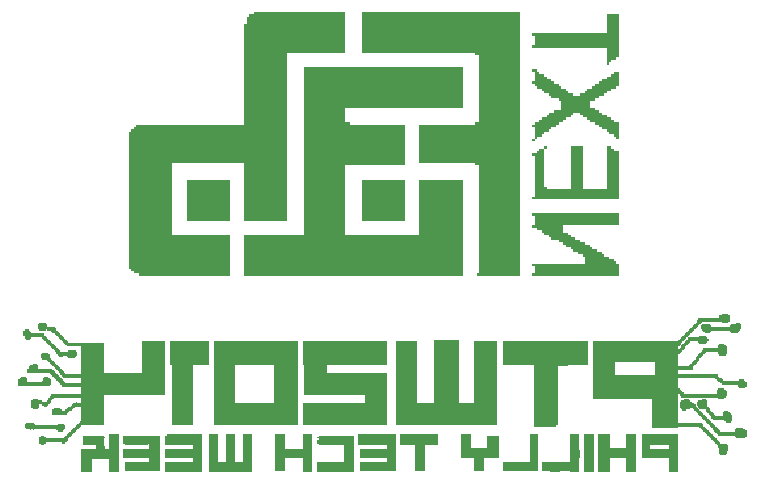
<source format=gbo>
%FSLAX25Y25*%
%MOIN*%
G70*
G01*
G75*
G04 Layer_Color=32896*
G04:AMPARAMS|DCode=10|XSize=40mil|YSize=40mil|CornerRadius=20mil|HoleSize=0mil|Usage=FLASHONLY|Rotation=0.000|XOffset=0mil|YOffset=0mil|HoleType=Round|Shape=RoundedRectangle|*
%AMROUNDEDRECTD10*
21,1,0.04000,0.00000,0,0,0.0*
21,1,0.00000,0.04000,0,0,0.0*
1,1,0.04000,0.00000,0.00000*
1,1,0.04000,0.00000,0.00000*
1,1,0.04000,0.00000,0.00000*
1,1,0.04000,0.00000,0.00000*
%
%ADD10ROUNDEDRECTD10*%
%ADD11R,0.03200X0.01200*%
%ADD12R,0.01200X0.03200*%
%ADD13R,0.04800X0.03200*%
%ADD14R,0.03200X0.04800*%
%ADD15R,0.03600X0.02800*%
%ADD16R,0.05512X0.04331*%
%ADD17R,0.04331X0.05512*%
%ADD18R,0.02800X0.03600*%
%ADD19R,0.07500X0.05600*%
%ADD20C,0.01000*%
%ADD21C,0.03000*%
%ADD22C,0.01200*%
%ADD23C,0.00800*%
%ADD24C,0.02000*%
%ADD25R,0.18000X0.18000*%
%ADD26C,0.06000*%
%ADD27C,0.05906*%
%ADD28R,0.05906X0.05906*%
%ADD29C,0.07400*%
%ADD30C,0.13500*%
%ADD31C,0.06600*%
%ADD32C,0.05512*%
%ADD33C,0.02400*%
%ADD34C,0.05000*%
%ADD35C,0.02300*%
%ADD36C,0.00000*%
%ADD37C,0.00787*%
%ADD38C,0.00600*%
%ADD39C,0.01600*%
%ADD40R,0.02800X0.01600*%
%ADD41C,0.05000*%
%ADD42R,0.18000X0.17500*%
G04:AMPARAMS|DCode=43|XSize=48mil|YSize=48mil|CornerRadius=24mil|HoleSize=0mil|Usage=FLASHONLY|Rotation=0.000|XOffset=0mil|YOffset=0mil|HoleType=Round|Shape=RoundedRectangle|*
%AMROUNDEDRECTD43*
21,1,0.04800,0.00000,0,0,0.0*
21,1,0.00000,0.04800,0,0,0.0*
1,1,0.04800,0.00000,0.00000*
1,1,0.04800,0.00000,0.00000*
1,1,0.04800,0.00000,0.00000*
1,1,0.04800,0.00000,0.00000*
%
%ADD43ROUNDEDRECTD43*%
%ADD44R,0.04000X0.02000*%
%ADD45R,0.02000X0.04000*%
%ADD46R,0.05600X0.04000*%
%ADD47R,0.04000X0.05600*%
%ADD48R,0.04400X0.03600*%
%ADD49R,0.06312X0.05131*%
%ADD50R,0.05131X0.06312*%
%ADD51R,0.03600X0.04400*%
%ADD52R,0.08300X0.06400*%
%ADD53C,0.06800*%
%ADD54C,0.06706*%
%ADD55R,0.06706X0.06706*%
%ADD56C,0.08200*%
%ADD57C,0.14300*%
%ADD58C,0.06312*%
%ADD59C,0.03100*%
%ADD60C,0.03200*%
%ADD61C,0.05800*%
G36*
X388263Y131686D02*
X388701D01*
Y131249D01*
X389138D01*
Y130811D01*
X390013D01*
Y130374D01*
X390451D01*
Y129936D01*
Y129499D01*
X390888D01*
Y129061D01*
X391326D01*
Y128624D01*
X391763D01*
Y128186D01*
X392201D01*
Y127749D01*
X392638D01*
Y127311D01*
X393076D01*
Y126873D01*
X393513D01*
Y126436D01*
X393951D01*
Y125998D01*
X394389D01*
Y125561D01*
X394826D01*
Y125123D01*
X395264D01*
Y124686D01*
X395701D01*
Y124248D01*
X396139D01*
Y123811D01*
X396576D01*
Y123373D01*
X397014D01*
Y122936D01*
X397451D01*
Y122498D01*
X397889D01*
Y122061D01*
X398326D01*
Y121623D01*
X398764D01*
Y121185D01*
X403577D01*
Y121623D01*
Y122061D01*
X404014D01*
Y122498D01*
X406202D01*
Y122061D01*
X407077D01*
Y121623D01*
X407515D01*
Y121185D01*
Y120748D01*
Y120310D01*
Y119873D01*
Y119435D01*
X407077D01*
Y118998D01*
X404014D01*
Y119435D01*
X403577D01*
Y119873D01*
X397889D01*
Y120310D01*
X397451D01*
Y120748D01*
X397014D01*
Y121185D01*
X396576D01*
Y121623D01*
X396139D01*
Y122061D01*
Y122498D01*
X395701D01*
Y122936D01*
X395264D01*
Y123373D01*
X394826D01*
Y123811D01*
X394389D01*
Y124248D01*
X393951D01*
Y124686D01*
X393513D01*
Y125123D01*
X393076D01*
Y125561D01*
X392638D01*
Y125998D01*
X392201D01*
Y126436D01*
X391763D01*
Y126873D01*
X391326D01*
Y127311D01*
X390888D01*
Y127749D01*
X390451D01*
Y128186D01*
X390013D01*
Y128624D01*
X389576D01*
Y129061D01*
X388701D01*
Y128624D01*
X387388D01*
Y128186D01*
X386075D01*
Y128624D01*
X385638D01*
Y129061D01*
X385200D01*
Y129499D01*
Y129936D01*
Y130374D01*
Y130811D01*
Y131249D01*
X385638D01*
Y131686D01*
X386513D01*
Y132124D01*
X388263D01*
Y131686D01*
D02*
G37*
G36*
X169930Y123811D02*
X170368D01*
Y123373D01*
X177806D01*
Y123811D01*
X179993D01*
Y123373D01*
X180431D01*
Y122936D01*
Y122498D01*
Y122061D01*
X179993D01*
Y121623D01*
X179556D01*
Y121185D01*
X177806D01*
Y121623D01*
X177368D01*
Y122061D01*
X169930D01*
Y121623D01*
X169492D01*
Y122061D01*
X169055D01*
Y121623D01*
X168617D01*
Y122061D01*
X167305D01*
Y122498D01*
X166867D01*
Y122936D01*
Y123373D01*
Y123811D01*
X167305D01*
Y124248D01*
X169930D01*
Y123811D01*
D02*
G37*
G36*
X370761Y119873D02*
Y119435D01*
Y118998D01*
Y118560D01*
Y118123D01*
Y117685D01*
Y117247D01*
Y116810D01*
Y116373D01*
Y115935D01*
Y115497D01*
Y115060D01*
Y114622D01*
Y114185D01*
Y113747D01*
Y113310D01*
Y112872D01*
Y112435D01*
Y111997D01*
Y111559D01*
Y111122D01*
Y110684D01*
Y110247D01*
Y109809D01*
Y109372D01*
Y108934D01*
Y108497D01*
Y108059D01*
Y107622D01*
X367261D01*
Y108059D01*
Y108497D01*
Y108934D01*
Y109372D01*
Y109809D01*
Y110247D01*
Y110684D01*
Y111122D01*
Y111559D01*
Y111997D01*
Y112435D01*
X362011D01*
Y111997D01*
Y111559D01*
Y111122D01*
Y110684D01*
Y110247D01*
Y109809D01*
Y109372D01*
Y108934D01*
Y108497D01*
Y108059D01*
Y107622D01*
X358073D01*
Y108059D01*
Y108497D01*
Y108934D01*
Y109372D01*
Y109809D01*
Y110247D01*
Y110684D01*
Y111122D01*
Y111559D01*
Y111997D01*
Y112435D01*
Y112872D01*
Y113310D01*
Y113747D01*
Y114185D01*
Y114622D01*
Y115060D01*
Y115497D01*
Y115935D01*
Y116373D01*
Y116810D01*
Y117247D01*
Y117685D01*
Y118123D01*
Y118560D01*
Y118998D01*
Y119435D01*
Y119873D01*
Y120310D01*
X362011D01*
Y119873D01*
Y119435D01*
Y118998D01*
Y118560D01*
Y118123D01*
Y117685D01*
Y117247D01*
Y116810D01*
Y116373D01*
Y115935D01*
X367261D01*
Y116373D01*
Y116810D01*
Y117247D01*
Y117685D01*
Y118123D01*
Y118560D01*
Y118998D01*
Y119435D01*
Y119873D01*
Y120310D01*
X370761D01*
Y119873D01*
D02*
G37*
G36*
X198370D02*
Y119435D01*
Y118998D01*
Y118560D01*
Y118123D01*
Y117685D01*
Y117247D01*
Y116810D01*
Y116373D01*
Y115935D01*
Y115497D01*
Y115060D01*
Y114622D01*
Y114185D01*
Y113747D01*
Y113310D01*
Y112872D01*
Y112435D01*
Y111997D01*
Y111559D01*
Y111122D01*
Y110684D01*
Y110247D01*
Y109809D01*
Y109372D01*
Y108934D01*
Y108497D01*
Y108059D01*
Y107622D01*
X194870D01*
Y108059D01*
Y108497D01*
Y108934D01*
Y109372D01*
Y109809D01*
Y110247D01*
Y110684D01*
Y111122D01*
Y111559D01*
Y111997D01*
X189182D01*
Y111559D01*
Y111122D01*
Y110684D01*
Y110247D01*
Y109809D01*
Y109372D01*
Y108934D01*
Y108497D01*
Y108059D01*
Y107622D01*
X185681D01*
Y108059D01*
Y108497D01*
Y108934D01*
Y109372D01*
Y109809D01*
Y110247D01*
Y110684D01*
Y111122D01*
Y111559D01*
Y111997D01*
Y112435D01*
Y112872D01*
Y113310D01*
Y113747D01*
Y114185D01*
Y114622D01*
Y115060D01*
Y115497D01*
X190494D01*
Y115935D01*
Y116373D01*
Y116810D01*
X186119D01*
Y117247D01*
Y117685D01*
Y118123D01*
Y118560D01*
Y118998D01*
Y119435D01*
Y119873D01*
X193120D01*
Y119435D01*
X193557D01*
Y118998D01*
X193120D01*
Y118560D01*
Y118123D01*
Y117685D01*
Y117247D01*
Y116810D01*
Y116373D01*
X193557D01*
Y115935D01*
Y115497D01*
X194870D01*
Y115935D01*
Y116373D01*
Y116810D01*
Y117247D01*
Y117685D01*
Y118123D01*
Y118560D01*
Y118998D01*
Y119435D01*
Y119873D01*
Y120310D01*
X198370D01*
Y119873D01*
D02*
G37*
G36*
X262689D02*
Y119435D01*
Y118998D01*
Y118560D01*
Y118123D01*
Y117685D01*
Y117247D01*
Y116810D01*
Y116373D01*
Y115935D01*
Y115497D01*
Y115060D01*
Y114622D01*
Y114185D01*
Y113747D01*
Y113310D01*
Y112872D01*
Y112435D01*
Y111997D01*
Y111559D01*
Y111122D01*
Y110684D01*
Y110247D01*
Y109809D01*
Y109372D01*
Y108934D01*
Y108497D01*
Y108059D01*
Y107622D01*
X259626D01*
Y108059D01*
Y108497D01*
Y108934D01*
Y109372D01*
Y109809D01*
Y110247D01*
Y110684D01*
Y111122D01*
Y111559D01*
Y111997D01*
Y112435D01*
X253500D01*
Y111997D01*
Y111559D01*
Y111122D01*
Y110684D01*
Y110247D01*
Y109809D01*
Y109372D01*
Y108934D01*
Y108497D01*
Y108059D01*
X250437D01*
Y108497D01*
Y108934D01*
Y109372D01*
Y109809D01*
Y110247D01*
Y110684D01*
Y111122D01*
Y111559D01*
Y111997D01*
Y112435D01*
Y112872D01*
Y113310D01*
Y113747D01*
Y114185D01*
Y114622D01*
Y115060D01*
Y115497D01*
Y115935D01*
Y116373D01*
Y116810D01*
Y117247D01*
Y117685D01*
Y118123D01*
Y118560D01*
Y118998D01*
Y119435D01*
Y119873D01*
Y120310D01*
X253500D01*
Y119873D01*
Y119435D01*
Y118998D01*
Y118560D01*
Y118123D01*
Y117685D01*
Y117247D01*
Y116810D01*
Y116373D01*
Y115935D01*
Y115497D01*
X259626D01*
Y115935D01*
Y116373D01*
Y116810D01*
Y117247D01*
Y117685D01*
Y118123D01*
Y118560D01*
Y118998D01*
Y119435D01*
Y119873D01*
Y120310D01*
X262689D01*
Y119873D01*
D02*
G37*
G36*
X287629Y150938D02*
Y150501D01*
Y150063D01*
Y149626D01*
Y149188D01*
Y148750D01*
Y148313D01*
Y147875D01*
Y147438D01*
Y147000D01*
Y146563D01*
Y146125D01*
Y145688D01*
Y145250D01*
Y144813D01*
Y144375D01*
Y143938D01*
Y143500D01*
X267502D01*
Y143062D01*
Y142625D01*
Y142187D01*
Y141750D01*
Y141312D01*
Y140875D01*
X287629D01*
Y140437D01*
Y140000D01*
Y139562D01*
Y139125D01*
Y138687D01*
Y138250D01*
Y137812D01*
Y137374D01*
Y136937D01*
Y136499D01*
Y136062D01*
Y135624D01*
Y135187D01*
Y134749D01*
Y134312D01*
Y133874D01*
Y133437D01*
Y132999D01*
Y132562D01*
Y132124D01*
Y131686D01*
Y131249D01*
Y130811D01*
Y130374D01*
Y129936D01*
Y129499D01*
Y129061D01*
Y128624D01*
Y128186D01*
Y127749D01*
Y127311D01*
Y126873D01*
Y126436D01*
Y125998D01*
Y125561D01*
Y125123D01*
Y124686D01*
Y124248D01*
Y123811D01*
Y123373D01*
X259626D01*
Y123811D01*
Y124248D01*
Y124686D01*
Y125123D01*
Y125561D01*
Y125998D01*
Y126436D01*
Y126873D01*
Y127311D01*
Y127749D01*
Y128186D01*
Y128624D01*
Y129061D01*
Y129499D01*
Y129936D01*
Y130374D01*
Y130811D01*
X280190D01*
Y131249D01*
Y131686D01*
Y132124D01*
Y132562D01*
Y132999D01*
Y133437D01*
X260064D01*
Y133874D01*
Y134312D01*
Y134749D01*
Y135187D01*
Y135624D01*
Y136062D01*
Y136499D01*
Y136937D01*
Y137374D01*
Y137812D01*
Y138250D01*
Y138687D01*
Y139125D01*
Y139562D01*
Y140000D01*
Y140437D01*
Y140875D01*
Y141312D01*
Y141750D01*
Y142187D01*
Y142625D01*
Y143062D01*
Y143500D01*
X259626D01*
Y143938D01*
Y144375D01*
Y144813D01*
Y145250D01*
Y145688D01*
Y146125D01*
Y146563D01*
Y147000D01*
Y147438D01*
Y147875D01*
Y148313D01*
Y148750D01*
Y149188D01*
Y149626D01*
Y150063D01*
Y150501D01*
Y150938D01*
Y151376D01*
X287629D01*
Y150938D01*
D02*
G37*
G36*
X393951Y131686D02*
X394389D01*
Y131249D01*
Y130811D01*
Y130374D01*
Y129936D01*
Y129499D01*
X394826D01*
Y129061D01*
X395264D01*
Y128624D01*
Y128186D01*
X395701D01*
Y127749D01*
X396139D01*
Y127311D01*
X396576D01*
Y126873D01*
X397014D01*
Y126436D01*
X399639D01*
Y126873D01*
Y127311D01*
Y127749D01*
X400077D01*
Y128186D01*
X401389D01*
Y127749D01*
X401827D01*
Y127311D01*
X402264D01*
Y126873D01*
X402702D01*
Y126436D01*
Y125998D01*
Y125561D01*
Y125123D01*
Y124686D01*
X402264D01*
Y124248D01*
X400514D01*
Y124686D01*
X400077D01*
Y125123D01*
X396139D01*
Y125561D01*
X395701D01*
Y125998D01*
Y126436D01*
X395264D01*
Y126873D01*
X394826D01*
Y127311D01*
X394389D01*
Y127749D01*
X393951D01*
Y128186D01*
Y128624D01*
X391763D01*
Y129061D01*
X391326D01*
Y129499D01*
Y129936D01*
X390888D01*
Y130374D01*
Y130811D01*
Y131249D01*
X391326D01*
Y131686D01*
X392638D01*
Y132124D01*
X393951D01*
Y131686D01*
D02*
G37*
G36*
X257876Y150938D02*
Y150501D01*
Y150063D01*
Y149626D01*
Y149188D01*
Y148750D01*
Y148313D01*
Y147875D01*
Y147438D01*
Y147000D01*
Y146563D01*
Y146125D01*
Y145688D01*
Y145250D01*
Y144813D01*
Y144375D01*
Y143938D01*
Y143500D01*
Y143062D01*
Y142625D01*
Y142187D01*
Y141750D01*
Y141312D01*
Y140875D01*
Y140437D01*
Y140000D01*
Y139562D01*
Y139125D01*
Y138687D01*
Y138250D01*
Y137812D01*
Y137374D01*
Y136937D01*
Y136499D01*
Y136062D01*
Y135624D01*
Y135187D01*
Y134749D01*
Y134312D01*
Y133874D01*
Y133437D01*
Y132999D01*
Y132562D01*
Y132124D01*
Y131686D01*
Y131249D01*
Y130811D01*
Y130374D01*
Y129936D01*
Y129499D01*
Y129061D01*
Y128624D01*
Y128186D01*
Y127749D01*
Y127311D01*
Y126873D01*
Y126436D01*
Y125998D01*
Y125561D01*
Y125123D01*
Y124686D01*
Y124248D01*
Y123811D01*
Y123373D01*
X229873D01*
Y123811D01*
Y124248D01*
Y124686D01*
Y125123D01*
Y125561D01*
Y125998D01*
Y126436D01*
Y126873D01*
Y127311D01*
Y127749D01*
Y128186D01*
Y128624D01*
Y129061D01*
Y129499D01*
Y129936D01*
Y130374D01*
Y130811D01*
Y131249D01*
Y131686D01*
Y132124D01*
Y132562D01*
Y132999D01*
Y133437D01*
Y133874D01*
Y134312D01*
Y134749D01*
Y135187D01*
Y135624D01*
Y136062D01*
Y136499D01*
Y136937D01*
Y137374D01*
Y137812D01*
Y138250D01*
Y138687D01*
Y139125D01*
Y139562D01*
Y140000D01*
Y140437D01*
Y140875D01*
Y141312D01*
Y141750D01*
Y142187D01*
Y142625D01*
Y143062D01*
Y143500D01*
Y143938D01*
Y144375D01*
Y144813D01*
Y145250D01*
Y145688D01*
Y146125D01*
Y146563D01*
Y147000D01*
Y147438D01*
Y147875D01*
Y148313D01*
Y148750D01*
Y149188D01*
Y149626D01*
Y150063D01*
Y150501D01*
Y150938D01*
Y151376D01*
X257876D01*
Y150938D01*
D02*
G37*
G36*
X354572D02*
Y150501D01*
Y150063D01*
Y149626D01*
Y149188D01*
Y148750D01*
Y148313D01*
Y147875D01*
Y147438D01*
Y147000D01*
Y146563D01*
Y146125D01*
Y145688D01*
Y145250D01*
Y144813D01*
Y144375D01*
Y143938D01*
Y143500D01*
X348009D01*
Y143062D01*
X344509D01*
Y142625D01*
Y142187D01*
Y141750D01*
Y141312D01*
Y140875D01*
Y140437D01*
Y140000D01*
Y139562D01*
Y139125D01*
Y138687D01*
Y138250D01*
Y137812D01*
Y137374D01*
Y136937D01*
Y136499D01*
Y136062D01*
Y135624D01*
Y135187D01*
Y134749D01*
Y134312D01*
Y133874D01*
Y133437D01*
Y132999D01*
Y132562D01*
Y132124D01*
Y131686D01*
Y131249D01*
Y130811D01*
Y130374D01*
Y129936D01*
Y129499D01*
Y129061D01*
Y128624D01*
Y128186D01*
Y127749D01*
Y127311D01*
Y126873D01*
Y126436D01*
Y125998D01*
Y125561D01*
Y125123D01*
Y124686D01*
Y124248D01*
Y123811D01*
Y123373D01*
X344071D01*
Y122936D01*
X336633D01*
Y123373D01*
Y123811D01*
Y124248D01*
Y124686D01*
Y125123D01*
Y125561D01*
Y125998D01*
Y126436D01*
Y126873D01*
Y127311D01*
Y127749D01*
Y128186D01*
Y128624D01*
Y129061D01*
Y129499D01*
Y129936D01*
Y130374D01*
Y130811D01*
Y131249D01*
Y131686D01*
Y132124D01*
Y132562D01*
Y132999D01*
Y133437D01*
Y133874D01*
Y134312D01*
Y134749D01*
Y135187D01*
Y135624D01*
Y136062D01*
Y136499D01*
Y136937D01*
Y137374D01*
Y137812D01*
Y138250D01*
Y138687D01*
Y139125D01*
Y139562D01*
Y140000D01*
Y140437D01*
Y140875D01*
Y141312D01*
Y141750D01*
Y142187D01*
Y142625D01*
Y143062D01*
Y143500D01*
X326132D01*
Y143938D01*
Y144375D01*
Y144813D01*
Y145250D01*
Y145688D01*
Y146125D01*
Y146563D01*
Y147000D01*
Y147438D01*
Y147875D01*
Y148313D01*
Y148750D01*
Y149188D01*
Y149626D01*
Y150063D01*
Y150501D01*
Y150938D01*
Y151376D01*
X354572D01*
Y150938D01*
D02*
G37*
G36*
X228123D02*
Y150501D01*
Y150063D01*
Y149626D01*
Y149188D01*
Y148750D01*
Y148313D01*
Y147875D01*
Y147438D01*
Y147000D01*
Y146563D01*
Y146125D01*
Y145688D01*
Y145250D01*
Y144813D01*
Y144375D01*
Y143938D01*
Y143500D01*
X222872D01*
Y143062D01*
Y142625D01*
Y142187D01*
Y141750D01*
Y141312D01*
Y140875D01*
Y140437D01*
Y140000D01*
Y139562D01*
Y139125D01*
Y138687D01*
Y138250D01*
Y137812D01*
Y137374D01*
Y136937D01*
Y136499D01*
Y136062D01*
Y135624D01*
Y135187D01*
Y134749D01*
Y134312D01*
Y133874D01*
Y133437D01*
Y132999D01*
Y132562D01*
Y132124D01*
Y131686D01*
Y131249D01*
Y130811D01*
Y130374D01*
Y129936D01*
Y129499D01*
Y129061D01*
Y128624D01*
Y128186D01*
Y127749D01*
Y127311D01*
Y126873D01*
Y126436D01*
Y125998D01*
Y125561D01*
Y125123D01*
Y124686D01*
Y124248D01*
Y123811D01*
Y123373D01*
X215872D01*
Y123811D01*
Y124248D01*
Y124686D01*
Y125123D01*
Y125561D01*
Y125998D01*
Y126436D01*
Y126873D01*
Y127311D01*
Y127749D01*
Y128186D01*
Y128624D01*
Y129061D01*
Y129499D01*
Y129936D01*
Y130374D01*
Y130811D01*
Y131249D01*
Y131686D01*
Y132124D01*
Y132562D01*
Y132999D01*
Y133437D01*
Y133874D01*
Y134312D01*
Y134749D01*
Y135187D01*
Y135624D01*
Y136062D01*
Y136499D01*
Y136937D01*
Y137374D01*
Y137812D01*
Y138250D01*
Y138687D01*
Y139125D01*
Y139562D01*
Y140000D01*
Y140437D01*
Y140875D01*
Y141312D01*
Y141750D01*
Y142187D01*
Y142625D01*
Y143062D01*
Y143500D01*
X215434D01*
Y143938D01*
Y144375D01*
Y144813D01*
Y145250D01*
Y145688D01*
Y146125D01*
Y146563D01*
Y147000D01*
Y147438D01*
Y147875D01*
Y148313D01*
Y148750D01*
Y149188D01*
Y149626D01*
Y150063D01*
Y150501D01*
Y150938D01*
Y151376D01*
X228123D01*
Y150938D01*
D02*
G37*
G36*
X242562Y119873D02*
Y119435D01*
Y118998D01*
Y118560D01*
Y118123D01*
Y117685D01*
Y117247D01*
Y116810D01*
Y116373D01*
Y115935D01*
Y115497D01*
Y115060D01*
Y114622D01*
Y114185D01*
Y113747D01*
Y113310D01*
Y112872D01*
Y112435D01*
Y111997D01*
Y111559D01*
Y111122D01*
Y110684D01*
Y110247D01*
Y109809D01*
Y109372D01*
Y108934D01*
Y108497D01*
Y108059D01*
Y107622D01*
X228123D01*
Y108059D01*
Y108497D01*
Y108934D01*
Y109372D01*
Y109809D01*
Y110247D01*
Y110684D01*
Y111122D01*
Y111559D01*
Y111997D01*
Y112435D01*
Y112872D01*
Y113310D01*
Y113747D01*
Y114185D01*
Y114622D01*
Y115060D01*
Y115497D01*
Y115935D01*
Y116373D01*
Y116810D01*
Y117247D01*
Y117685D01*
Y118123D01*
Y118560D01*
Y118998D01*
Y119435D01*
Y119873D01*
Y120310D01*
X231186D01*
Y119873D01*
Y119435D01*
Y118998D01*
Y118560D01*
Y118123D01*
Y117685D01*
Y117247D01*
Y116810D01*
Y116373D01*
Y115935D01*
Y115497D01*
Y115060D01*
Y114622D01*
Y114185D01*
Y113747D01*
Y113310D01*
Y112872D01*
Y112435D01*
Y111997D01*
Y111559D01*
Y111122D01*
X233811D01*
Y111559D01*
Y111997D01*
Y112435D01*
Y112872D01*
Y113310D01*
Y113747D01*
Y114185D01*
Y114622D01*
Y115060D01*
Y115497D01*
Y115935D01*
Y116373D01*
Y116810D01*
Y117247D01*
Y117685D01*
Y118123D01*
Y118560D01*
Y118998D01*
Y119435D01*
Y119873D01*
Y120310D01*
X236874D01*
Y119873D01*
Y119435D01*
Y118998D01*
Y118560D01*
Y118123D01*
Y117685D01*
Y117247D01*
Y116810D01*
Y116373D01*
Y115935D01*
Y115497D01*
Y115060D01*
Y114622D01*
Y114185D01*
Y113747D01*
Y113310D01*
Y112872D01*
Y112435D01*
Y111997D01*
Y111559D01*
Y111122D01*
X239499D01*
Y111559D01*
Y111997D01*
Y112435D01*
Y112872D01*
Y113310D01*
Y113747D01*
Y114185D01*
Y114622D01*
Y115060D01*
Y115497D01*
Y115935D01*
Y116373D01*
Y116810D01*
Y117247D01*
Y117685D01*
Y118123D01*
Y118560D01*
Y118998D01*
Y119435D01*
Y119873D01*
Y120310D01*
X242562D01*
Y119873D01*
D02*
G37*
G36*
X356760D02*
Y119435D01*
Y118998D01*
Y118560D01*
Y118123D01*
Y117685D01*
Y117247D01*
Y116810D01*
Y116373D01*
Y115935D01*
Y115497D01*
Y115060D01*
Y114622D01*
Y114185D01*
Y113747D01*
Y113310D01*
Y112872D01*
Y112435D01*
Y111997D01*
Y111559D01*
Y111122D01*
Y110684D01*
Y110247D01*
Y109809D01*
Y109372D01*
Y108934D01*
Y108497D01*
Y108059D01*
Y107622D01*
X353260D01*
Y108059D01*
Y108497D01*
Y108934D01*
Y109372D01*
Y109809D01*
Y110247D01*
Y110684D01*
Y111122D01*
Y111559D01*
Y111997D01*
Y112435D01*
Y112872D01*
Y113310D01*
Y113747D01*
Y114185D01*
Y114622D01*
Y115060D01*
Y115497D01*
Y115935D01*
Y116373D01*
Y116810D01*
Y117247D01*
Y117685D01*
Y118123D01*
Y118560D01*
Y118998D01*
Y119435D01*
Y119873D01*
Y120310D01*
X356760D01*
Y119873D01*
D02*
G37*
G36*
X384763D02*
Y119435D01*
Y118998D01*
Y118560D01*
Y118123D01*
Y117685D01*
Y117247D01*
Y116810D01*
Y116373D01*
Y115935D01*
Y115497D01*
Y115060D01*
Y114622D01*
Y114185D01*
Y113747D01*
Y113310D01*
Y112872D01*
Y112435D01*
Y111997D01*
Y111559D01*
Y111122D01*
Y110684D01*
Y110247D01*
Y109809D01*
Y109372D01*
Y108934D01*
Y108497D01*
Y108059D01*
Y107622D01*
X381700D01*
Y108059D01*
Y108497D01*
Y108934D01*
Y109372D01*
Y109809D01*
Y110247D01*
Y110684D01*
Y111122D01*
Y111559D01*
Y111997D01*
Y112435D01*
X372512D01*
Y112872D01*
Y113310D01*
Y113747D01*
Y114185D01*
Y114622D01*
Y115060D01*
Y115497D01*
Y115935D01*
Y116373D01*
Y116810D01*
Y117247D01*
Y117685D01*
Y118123D01*
Y118560D01*
Y118998D01*
Y119435D01*
Y119873D01*
Y120310D01*
X384763D01*
Y119873D01*
D02*
G37*
G36*
X351509D02*
Y119435D01*
Y118998D01*
Y118560D01*
Y118123D01*
Y117685D01*
Y117247D01*
Y116810D01*
Y116373D01*
Y115935D01*
Y115497D01*
Y115060D01*
X351947D01*
Y114622D01*
Y114185D01*
Y113747D01*
Y113310D01*
Y112872D01*
Y112435D01*
X351509D01*
Y111997D01*
Y111559D01*
Y111122D01*
Y110684D01*
Y110247D01*
Y109809D01*
Y109372D01*
Y108934D01*
Y108497D01*
Y108059D01*
Y107622D01*
X348447D01*
Y108059D01*
X345384D01*
Y107622D01*
X341884D01*
Y108059D01*
X339258D01*
Y108497D01*
Y108934D01*
Y109372D01*
Y109809D01*
Y110247D01*
Y110684D01*
Y111122D01*
X348447D01*
Y111559D01*
Y111997D01*
Y112435D01*
Y112872D01*
Y113310D01*
Y113747D01*
Y114185D01*
Y114622D01*
Y115060D01*
Y115497D01*
Y115935D01*
Y116373D01*
Y116810D01*
Y117247D01*
Y117685D01*
Y118123D01*
Y118560D01*
Y118998D01*
Y119435D01*
Y119873D01*
Y120310D01*
X351509D01*
Y119873D01*
D02*
G37*
G36*
X225935D02*
Y119435D01*
Y118998D01*
Y118560D01*
Y118123D01*
Y117685D01*
Y117247D01*
Y116810D01*
Y116373D01*
Y115935D01*
Y115497D01*
Y115060D01*
Y114622D01*
Y114185D01*
Y113747D01*
Y113310D01*
Y112872D01*
Y112435D01*
Y111997D01*
Y111559D01*
Y111122D01*
Y110684D01*
Y110247D01*
Y109809D01*
Y109372D01*
Y108934D01*
Y108497D01*
Y108059D01*
Y107622D01*
X213684D01*
Y108059D01*
Y108497D01*
Y108934D01*
Y109372D01*
Y109809D01*
Y110247D01*
Y110684D01*
Y111122D01*
X222872D01*
Y111559D01*
Y111997D01*
Y112435D01*
X213684D01*
Y112872D01*
Y113310D01*
Y113747D01*
Y114185D01*
Y114622D01*
Y115060D01*
Y115497D01*
X222872D01*
Y115935D01*
Y116373D01*
Y116810D01*
X213684D01*
Y117247D01*
Y117685D01*
Y118123D01*
Y118560D01*
Y118998D01*
Y119435D01*
Y119873D01*
X214122D01*
Y120310D01*
X225935D01*
Y119873D01*
D02*
G37*
G36*
X276690Y119435D02*
Y118998D01*
Y118560D01*
Y118123D01*
Y117685D01*
Y117247D01*
Y116810D01*
Y116373D01*
Y115935D01*
Y115497D01*
Y115060D01*
Y114622D01*
Y114185D01*
Y113747D01*
Y113310D01*
Y112872D01*
Y112435D01*
Y111997D01*
Y111559D01*
Y111122D01*
Y110684D01*
Y110247D01*
Y109809D01*
Y109372D01*
Y108934D01*
Y108497D01*
Y108059D01*
Y107622D01*
X264439D01*
Y108059D01*
Y108497D01*
Y108934D01*
Y109372D01*
Y109809D01*
Y110247D01*
Y110684D01*
Y111122D01*
X273190D01*
Y111559D01*
Y111997D01*
Y112435D01*
Y112872D01*
Y113310D01*
Y113747D01*
Y114185D01*
Y114622D01*
Y115060D01*
Y115497D01*
Y115935D01*
Y116373D01*
Y116810D01*
X264876D01*
Y117247D01*
X264439D01*
Y117685D01*
Y118123D01*
Y118560D01*
X264876D01*
Y118998D01*
X264439D01*
Y119435D01*
X264876D01*
Y119873D01*
X276690D01*
Y119435D01*
D02*
G37*
G36*
X315631Y119873D02*
Y119435D01*
Y118998D01*
Y118560D01*
Y118123D01*
Y117685D01*
Y117247D01*
Y116810D01*
Y116373D01*
Y115935D01*
X320882D01*
Y116373D01*
Y116810D01*
Y117247D01*
Y117685D01*
Y118123D01*
Y118560D01*
Y118998D01*
Y119435D01*
Y119873D01*
X324819D01*
Y119435D01*
Y118998D01*
Y118560D01*
Y118123D01*
Y117685D01*
Y117247D01*
Y116810D01*
Y116373D01*
Y115935D01*
Y115497D01*
Y115060D01*
Y114622D01*
Y114185D01*
Y113747D01*
Y113310D01*
Y112872D01*
Y112435D01*
X320007D01*
Y111997D01*
Y111559D01*
Y111122D01*
Y110684D01*
Y110247D01*
Y109809D01*
Y109372D01*
Y108934D01*
Y108497D01*
Y108059D01*
X316506D01*
Y108497D01*
Y108934D01*
Y109372D01*
Y109809D01*
Y110247D01*
Y110684D01*
Y111122D01*
Y111559D01*
Y111997D01*
Y112435D01*
X312131D01*
Y112872D01*
Y113310D01*
Y113747D01*
Y114185D01*
Y114622D01*
Y115060D01*
Y115497D01*
Y115935D01*
Y116373D01*
Y116810D01*
Y117247D01*
Y117685D01*
Y118123D01*
Y118560D01*
Y118998D01*
Y119435D01*
Y119873D01*
Y120310D01*
X315631D01*
Y119873D01*
D02*
G37*
G36*
X337946D02*
Y119435D01*
Y118998D01*
Y118560D01*
Y118123D01*
Y117685D01*
Y117247D01*
Y116810D01*
Y116373D01*
Y115935D01*
Y115497D01*
Y115060D01*
Y114622D01*
Y114185D01*
Y113747D01*
Y113310D01*
Y112872D01*
Y112435D01*
Y111997D01*
Y111559D01*
Y111122D01*
Y110684D01*
Y110247D01*
Y109809D01*
Y109372D01*
Y108934D01*
Y108497D01*
Y108059D01*
X326132D01*
Y108497D01*
Y108934D01*
Y109372D01*
Y109809D01*
Y110247D01*
Y110684D01*
Y111122D01*
X335320D01*
Y111559D01*
Y111997D01*
Y112435D01*
Y112872D01*
Y113310D01*
Y113747D01*
Y114185D01*
Y114622D01*
Y115060D01*
Y115497D01*
Y115935D01*
Y116373D01*
Y116810D01*
Y117247D01*
Y117685D01*
Y118123D01*
Y118560D01*
Y118998D01*
Y119435D01*
Y119873D01*
Y120310D01*
X337946D01*
Y119873D01*
D02*
G37*
G36*
X304693D02*
Y119435D01*
Y118998D01*
Y118560D01*
Y118123D01*
Y117685D01*
Y117247D01*
Y116810D01*
X300317D01*
Y116373D01*
Y115935D01*
Y115497D01*
Y115060D01*
Y114622D01*
Y114185D01*
Y113747D01*
Y113310D01*
Y112872D01*
Y112435D01*
Y111997D01*
Y111559D01*
Y111122D01*
Y110684D01*
Y110247D01*
Y109809D01*
Y109372D01*
Y108934D01*
Y108497D01*
Y108059D01*
X296817D01*
Y108497D01*
Y108934D01*
Y109372D01*
Y109809D01*
Y110247D01*
Y110684D01*
Y111122D01*
Y111559D01*
Y111997D01*
Y112435D01*
Y112872D01*
Y113310D01*
Y113747D01*
Y114185D01*
Y114622D01*
Y115060D01*
Y115497D01*
Y115935D01*
Y116373D01*
Y116810D01*
X292004D01*
Y117247D01*
Y117685D01*
Y118123D01*
Y118560D01*
Y118998D01*
Y119435D01*
Y119873D01*
Y120310D01*
X304693D01*
Y119873D01*
D02*
G37*
G36*
X211934Y119435D02*
Y118998D01*
Y118560D01*
Y118123D01*
Y117685D01*
Y117247D01*
Y116810D01*
Y116373D01*
Y115935D01*
Y115497D01*
Y115060D01*
Y114622D01*
Y114185D01*
Y113747D01*
Y113310D01*
Y112872D01*
Y112435D01*
Y111997D01*
Y111559D01*
Y111122D01*
Y110684D01*
Y110247D01*
Y109809D01*
Y109372D01*
Y108934D01*
Y108497D01*
Y108059D01*
X200120D01*
Y108497D01*
Y108934D01*
Y109372D01*
Y109809D01*
Y110247D01*
Y110684D01*
Y111122D01*
X208434D01*
Y111559D01*
Y111997D01*
Y112435D01*
X199683D01*
Y112872D01*
Y113310D01*
Y113747D01*
Y114185D01*
Y114622D01*
Y115060D01*
Y115497D01*
X208434D01*
Y115935D01*
Y116373D01*
Y116810D01*
Y117247D01*
X207996D01*
Y116810D01*
X200120D01*
Y117247D01*
X199683D01*
Y117685D01*
Y118123D01*
Y118560D01*
Y118998D01*
Y119435D01*
Y119873D01*
X211934D01*
Y119435D01*
D02*
G37*
G36*
X290691Y119873D02*
Y119435D01*
Y118998D01*
Y118560D01*
Y118123D01*
Y117685D01*
Y117247D01*
Y116810D01*
Y116373D01*
Y115935D01*
Y115497D01*
Y115060D01*
Y114622D01*
Y114185D01*
Y113747D01*
Y113310D01*
Y112872D01*
Y112435D01*
Y111997D01*
Y111559D01*
Y111122D01*
Y110684D01*
Y110247D01*
Y109809D01*
Y109372D01*
Y108934D01*
Y108497D01*
Y108059D01*
X278440D01*
Y108497D01*
Y108934D01*
Y109372D01*
Y109809D01*
Y110247D01*
Y110684D01*
Y111122D01*
X287629D01*
Y111559D01*
Y111997D01*
Y112435D01*
X278440D01*
Y112872D01*
Y113310D01*
Y113747D01*
Y114185D01*
Y114622D01*
Y115060D01*
Y115497D01*
X287629D01*
Y115935D01*
Y116373D01*
Y116810D01*
X278003D01*
Y117247D01*
Y117685D01*
Y118123D01*
Y118560D01*
Y118998D01*
Y119435D01*
Y119873D01*
Y120310D01*
X290691D01*
Y119873D01*
D02*
G37*
G36*
X235200Y204400D02*
Y203600D01*
Y202800D01*
Y202000D01*
Y201200D01*
Y200400D01*
Y199600D01*
Y198800D01*
Y198000D01*
Y197200D01*
Y196400D01*
Y195600D01*
Y194800D01*
Y194000D01*
Y193200D01*
Y192400D01*
Y191600D01*
X220800D01*
Y192400D01*
Y193200D01*
Y194000D01*
Y194800D01*
Y195600D01*
Y196400D01*
Y197200D01*
Y198000D01*
Y198800D01*
Y199600D01*
Y200400D01*
Y201200D01*
Y202000D01*
Y202800D01*
Y203600D01*
Y204400D01*
Y205200D01*
X235200D01*
Y204400D01*
D02*
G37*
G36*
X273600Y260400D02*
Y259600D01*
Y258800D01*
Y258000D01*
Y257200D01*
Y256400D01*
Y255600D01*
Y254800D01*
Y254000D01*
Y253200D01*
Y252400D01*
Y251600D01*
Y250800D01*
Y250000D01*
Y249200D01*
Y248400D01*
Y247600D01*
X254400D01*
Y246800D01*
Y246000D01*
Y245200D01*
Y244400D01*
Y243600D01*
Y242800D01*
Y242000D01*
Y241200D01*
Y240400D01*
Y239600D01*
Y238800D01*
Y238000D01*
Y237200D01*
Y236400D01*
Y235600D01*
Y234800D01*
Y234000D01*
Y233200D01*
Y232400D01*
Y231600D01*
Y230800D01*
Y230000D01*
Y229200D01*
Y228400D01*
Y227600D01*
Y226800D01*
Y226000D01*
Y225200D01*
Y224400D01*
Y223600D01*
Y222800D01*
Y222000D01*
Y221200D01*
Y220400D01*
Y219600D01*
Y218800D01*
Y218000D01*
Y217200D01*
Y216400D01*
Y215600D01*
Y214800D01*
Y214000D01*
Y213200D01*
Y212400D01*
Y211600D01*
Y210800D01*
Y210000D01*
Y209200D01*
Y208400D01*
Y207600D01*
Y206800D01*
Y206000D01*
Y205200D01*
Y204400D01*
Y203600D01*
Y202800D01*
Y202000D01*
Y201200D01*
Y200400D01*
Y199600D01*
Y198800D01*
Y198000D01*
Y197200D01*
Y196400D01*
Y195600D01*
Y194800D01*
Y194000D01*
Y193200D01*
Y192400D01*
Y191600D01*
X240000D01*
Y192400D01*
Y193200D01*
Y194000D01*
Y194800D01*
Y195600D01*
Y196400D01*
Y197200D01*
Y198000D01*
Y198800D01*
Y199600D01*
Y200400D01*
Y201200D01*
Y202000D01*
Y202800D01*
Y203600D01*
Y204400D01*
Y205200D01*
Y206000D01*
Y206800D01*
Y207600D01*
Y208400D01*
Y209200D01*
Y210000D01*
Y210800D01*
X216000D01*
Y210000D01*
Y209200D01*
Y208400D01*
Y207600D01*
Y206800D01*
Y206000D01*
Y205200D01*
Y204400D01*
Y203600D01*
Y202800D01*
Y202000D01*
Y201200D01*
Y200400D01*
Y199600D01*
Y198800D01*
Y198000D01*
Y197200D01*
Y196400D01*
Y195600D01*
Y194800D01*
Y194000D01*
Y193200D01*
Y192400D01*
Y191600D01*
Y190800D01*
Y190000D01*
Y189200D01*
Y188400D01*
Y187600D01*
Y186800D01*
X235200D01*
Y186000D01*
Y185200D01*
Y184400D01*
Y183600D01*
Y182800D01*
Y182000D01*
Y181200D01*
Y180400D01*
Y179600D01*
Y178800D01*
Y178000D01*
Y177200D01*
Y176400D01*
Y175600D01*
Y174800D01*
Y174000D01*
Y173200D01*
X204800D01*
Y174000D01*
X203200D01*
Y174800D01*
X202400D01*
Y175600D01*
X201600D01*
Y176400D01*
Y177200D01*
Y178000D01*
Y178800D01*
Y179600D01*
Y180400D01*
Y181200D01*
Y182000D01*
Y182800D01*
Y183600D01*
Y184400D01*
Y185200D01*
Y186000D01*
Y186800D01*
Y187600D01*
Y188400D01*
Y189200D01*
Y190000D01*
Y190800D01*
Y191600D01*
Y192400D01*
Y193200D01*
Y194000D01*
Y194800D01*
Y195600D01*
Y196400D01*
Y197200D01*
Y198000D01*
Y198800D01*
Y199600D01*
Y200400D01*
Y201200D01*
Y202000D01*
Y202800D01*
Y203600D01*
Y204400D01*
Y205200D01*
Y206000D01*
Y206800D01*
Y207600D01*
Y208400D01*
Y209200D01*
Y210000D01*
Y210800D01*
Y211600D01*
Y212400D01*
Y213200D01*
Y214000D01*
Y214800D01*
Y215600D01*
Y216400D01*
Y217200D01*
Y218000D01*
Y218800D01*
Y219600D01*
Y220400D01*
Y221200D01*
X202400D01*
Y222000D01*
X203200D01*
Y222800D01*
X204000D01*
Y223600D01*
X240000D01*
Y224400D01*
Y225200D01*
Y226000D01*
Y226800D01*
Y227600D01*
Y228400D01*
Y229200D01*
Y230000D01*
Y230800D01*
Y231600D01*
Y232400D01*
Y233200D01*
Y234000D01*
Y234800D01*
Y235600D01*
Y236400D01*
Y237200D01*
Y238000D01*
Y238800D01*
Y239600D01*
Y240400D01*
Y241200D01*
Y242000D01*
Y242800D01*
Y243600D01*
Y244400D01*
Y245200D01*
Y246000D01*
Y246800D01*
Y247600D01*
Y248400D01*
Y249200D01*
Y250000D01*
Y250800D01*
Y251600D01*
Y252400D01*
Y253200D01*
Y254000D01*
Y254800D01*
Y255600D01*
Y256400D01*
Y257200D01*
X240800D01*
Y258000D01*
Y258800D01*
Y259600D01*
X241600D01*
Y260400D01*
X243200D01*
Y261200D01*
X273600D01*
Y260400D01*
D02*
G37*
G36*
X364800Y193200D02*
Y192400D01*
Y191600D01*
Y190800D01*
Y190000D01*
X346400D01*
Y189200D01*
Y188400D01*
Y187600D01*
X348000D01*
Y186800D01*
X348800D01*
Y186000D01*
X350400D01*
Y185200D01*
X352000D01*
Y184400D01*
X353600D01*
Y183600D01*
X355200D01*
Y182800D01*
X356000D01*
Y182000D01*
X357600D01*
Y181200D01*
X359200D01*
Y180400D01*
X360000D01*
Y179600D01*
X361600D01*
Y178800D01*
X363200D01*
Y178000D01*
X364000D01*
Y177200D01*
X364800D01*
Y176400D01*
Y175600D01*
Y174800D01*
Y174000D01*
Y173200D01*
X336000D01*
Y174000D01*
X336800D01*
Y174800D01*
Y175600D01*
Y176400D01*
X336000D01*
Y177200D01*
X353600D01*
Y178000D01*
Y178800D01*
Y179600D01*
X352800D01*
Y180400D01*
X351200D01*
Y181200D01*
X349600D01*
Y182000D01*
X348800D01*
Y182800D01*
X347200D01*
Y183600D01*
X346400D01*
Y184400D01*
X344800D01*
Y185200D01*
X342400D01*
Y186000D01*
X341600D01*
Y186800D01*
X340000D01*
Y187600D01*
X339200D01*
Y188400D01*
X337600D01*
Y189200D01*
X336000D01*
Y190000D01*
X336800D01*
Y190800D01*
Y191600D01*
Y192400D01*
Y193200D01*
X336000D01*
Y194000D01*
X364800D01*
Y193200D01*
D02*
G37*
G36*
X312800Y242000D02*
Y241200D01*
Y240400D01*
Y239600D01*
Y238800D01*
Y238000D01*
Y237200D01*
Y236400D01*
Y235600D01*
Y234800D01*
Y234000D01*
Y233200D01*
Y232400D01*
Y231600D01*
Y230800D01*
Y230000D01*
Y229200D01*
X273600D01*
Y228400D01*
Y227600D01*
Y226800D01*
Y226000D01*
Y225200D01*
Y224400D01*
X275200D01*
Y223600D01*
X293600D01*
Y222800D01*
Y222000D01*
Y221200D01*
Y220400D01*
Y219600D01*
Y218800D01*
Y218000D01*
Y217200D01*
Y216400D01*
Y215600D01*
Y214800D01*
Y214000D01*
Y213200D01*
Y212400D01*
Y211600D01*
Y210800D01*
Y210000D01*
X273600D01*
Y209200D01*
Y208400D01*
Y207600D01*
Y206800D01*
Y206000D01*
Y205200D01*
Y204400D01*
Y203600D01*
Y202800D01*
Y202000D01*
Y201200D01*
Y200400D01*
Y199600D01*
Y198800D01*
Y198000D01*
Y197200D01*
Y196400D01*
Y195600D01*
Y194800D01*
Y194000D01*
Y193200D01*
Y192400D01*
Y191600D01*
Y190800D01*
Y190000D01*
Y189200D01*
Y188400D01*
Y187600D01*
Y186800D01*
X298400D01*
Y187600D01*
Y188400D01*
Y189200D01*
Y190000D01*
Y190800D01*
Y191600D01*
Y192400D01*
Y193200D01*
Y194000D01*
Y194800D01*
Y195600D01*
Y196400D01*
Y197200D01*
Y198000D01*
Y198800D01*
Y199600D01*
Y200400D01*
Y201200D01*
Y202000D01*
Y202800D01*
Y203600D01*
Y204400D01*
Y205200D01*
X312800D01*
Y204400D01*
Y203600D01*
Y202800D01*
Y202000D01*
Y201200D01*
Y200400D01*
Y199600D01*
Y198800D01*
Y198000D01*
Y197200D01*
Y196400D01*
Y195600D01*
Y194800D01*
Y194000D01*
Y193200D01*
Y192400D01*
Y191600D01*
Y190800D01*
Y190000D01*
Y189200D01*
Y188400D01*
Y187600D01*
Y186800D01*
Y186000D01*
Y185200D01*
Y184400D01*
Y183600D01*
Y182800D01*
Y182000D01*
Y181200D01*
Y180400D01*
Y179600D01*
Y178800D01*
Y178000D01*
Y177200D01*
Y176400D01*
Y175600D01*
Y174800D01*
Y174000D01*
Y173200D01*
X240000D01*
Y174000D01*
Y174800D01*
Y175600D01*
Y176400D01*
Y177200D01*
Y178000D01*
Y178800D01*
Y179600D01*
Y180400D01*
Y181200D01*
Y182000D01*
Y182800D01*
Y183600D01*
Y184400D01*
Y185200D01*
Y186000D01*
Y186800D01*
X260000D01*
Y187600D01*
Y188400D01*
Y189200D01*
Y190000D01*
Y190800D01*
Y191600D01*
Y192400D01*
Y193200D01*
Y194000D01*
Y194800D01*
Y195600D01*
Y196400D01*
Y197200D01*
Y198000D01*
Y198800D01*
Y199600D01*
Y200400D01*
Y201200D01*
Y202000D01*
Y202800D01*
Y203600D01*
Y204400D01*
Y205200D01*
Y206000D01*
Y206800D01*
Y207600D01*
Y208400D01*
Y209200D01*
Y210000D01*
Y210800D01*
Y211600D01*
Y212400D01*
Y213200D01*
Y214000D01*
Y214800D01*
Y215600D01*
Y216400D01*
Y217200D01*
Y218000D01*
Y218800D01*
Y219600D01*
Y220400D01*
Y221200D01*
Y222000D01*
Y222800D01*
Y223600D01*
Y224400D01*
Y225200D01*
Y226000D01*
Y226800D01*
Y227600D01*
Y228400D01*
Y229200D01*
Y230000D01*
Y230800D01*
Y231600D01*
Y232400D01*
Y233200D01*
Y234000D01*
Y234800D01*
Y235600D01*
Y236400D01*
Y237200D01*
Y238000D01*
Y238800D01*
Y239600D01*
Y240400D01*
Y241200D01*
Y242000D01*
Y242800D01*
X312800D01*
Y242000D01*
D02*
G37*
G36*
X332000Y260400D02*
Y259600D01*
Y258800D01*
Y258000D01*
Y257200D01*
Y256400D01*
Y255600D01*
Y254800D01*
Y254000D01*
Y253200D01*
Y252400D01*
Y251600D01*
Y250800D01*
Y250000D01*
Y249200D01*
Y248400D01*
Y247600D01*
Y246800D01*
Y246000D01*
Y245200D01*
Y244400D01*
Y243600D01*
Y242800D01*
Y242000D01*
Y241200D01*
Y240400D01*
Y239600D01*
Y238800D01*
Y238000D01*
Y237200D01*
Y236400D01*
Y235600D01*
Y234800D01*
Y234000D01*
Y233200D01*
Y232400D01*
Y231600D01*
Y230800D01*
Y230000D01*
Y229200D01*
Y228400D01*
Y227600D01*
Y226800D01*
Y226000D01*
Y225200D01*
Y224400D01*
Y223600D01*
Y222800D01*
Y222000D01*
Y221200D01*
Y220400D01*
Y219600D01*
Y218800D01*
Y218000D01*
Y217200D01*
Y216400D01*
Y215600D01*
Y214800D01*
Y214000D01*
Y213200D01*
Y212400D01*
Y211600D01*
Y210800D01*
Y210000D01*
Y209200D01*
Y208400D01*
Y207600D01*
Y206800D01*
Y206000D01*
Y205200D01*
Y204400D01*
Y203600D01*
Y202800D01*
Y202000D01*
Y201200D01*
Y200400D01*
Y199600D01*
Y198800D01*
Y198000D01*
Y197200D01*
Y196400D01*
Y195600D01*
Y194800D01*
Y194000D01*
Y193200D01*
Y192400D01*
Y191600D01*
Y190800D01*
Y190000D01*
Y189200D01*
Y188400D01*
Y187600D01*
Y186800D01*
Y186000D01*
Y185200D01*
Y184400D01*
Y183600D01*
Y182800D01*
Y182000D01*
Y181200D01*
Y180400D01*
Y179600D01*
Y178800D01*
Y178000D01*
Y177200D01*
Y176400D01*
Y175600D01*
Y174800D01*
Y174000D01*
Y173200D01*
X317600D01*
Y174000D01*
X318400D01*
Y174800D01*
Y175600D01*
Y176400D01*
Y177200D01*
Y178000D01*
Y178800D01*
Y179600D01*
Y180400D01*
Y181200D01*
Y182000D01*
Y182800D01*
Y183600D01*
Y184400D01*
Y185200D01*
Y186000D01*
Y186800D01*
Y187600D01*
Y188400D01*
Y189200D01*
Y190000D01*
Y190800D01*
Y191600D01*
Y192400D01*
Y193200D01*
Y194000D01*
Y194800D01*
Y195600D01*
Y196400D01*
Y197200D01*
Y198000D01*
Y198800D01*
Y199600D01*
Y200400D01*
Y201200D01*
Y202000D01*
Y202800D01*
Y203600D01*
Y204400D01*
Y205200D01*
Y206000D01*
Y206800D01*
Y207600D01*
Y208400D01*
Y209200D01*
Y210000D01*
X316800D01*
Y210800D01*
X298400D01*
Y211600D01*
Y212400D01*
Y213200D01*
Y214000D01*
Y214800D01*
Y215600D01*
Y216400D01*
Y217200D01*
Y218000D01*
Y218800D01*
Y219600D01*
Y220400D01*
Y221200D01*
Y222000D01*
Y222800D01*
Y223600D01*
X316800D01*
Y224400D01*
X318400D01*
Y225200D01*
Y226000D01*
Y226800D01*
Y227600D01*
Y228400D01*
Y229200D01*
Y230000D01*
Y230800D01*
Y231600D01*
Y232400D01*
Y233200D01*
Y234000D01*
Y234800D01*
Y235600D01*
Y236400D01*
Y237200D01*
Y238000D01*
Y238800D01*
Y239600D01*
Y240400D01*
Y241200D01*
Y242000D01*
Y242800D01*
Y243600D01*
Y244400D01*
Y245200D01*
Y246000D01*
Y246800D01*
X316800D01*
Y247600D01*
X279200D01*
Y248400D01*
Y249200D01*
Y250000D01*
Y250800D01*
Y251600D01*
Y252400D01*
Y253200D01*
Y254000D01*
Y254800D01*
Y255600D01*
Y256400D01*
Y257200D01*
Y258000D01*
Y258800D01*
Y259600D01*
Y260400D01*
Y261200D01*
X332000D01*
Y260400D01*
D02*
G37*
G36*
X293600Y204400D02*
Y203600D01*
Y202800D01*
Y202000D01*
Y201200D01*
Y200400D01*
Y199600D01*
Y198800D01*
Y198000D01*
Y197200D01*
Y196400D01*
Y195600D01*
Y194800D01*
Y194000D01*
Y193200D01*
Y192400D01*
Y191600D01*
X279200D01*
Y192400D01*
Y193200D01*
Y194000D01*
Y194800D01*
Y195600D01*
Y196400D01*
Y197200D01*
Y198000D01*
Y198800D01*
Y199600D01*
Y200400D01*
Y201200D01*
Y202000D01*
Y202800D01*
Y203600D01*
Y204400D01*
Y205200D01*
X293600D01*
Y204400D01*
D02*
G37*
G36*
X337600Y241200D02*
X338400D01*
Y240400D01*
X340000D01*
Y239600D01*
X340800D01*
Y238800D01*
X342400D01*
Y238000D01*
X343200D01*
Y237200D01*
X344800D01*
Y236400D01*
X345600D01*
Y235600D01*
X347200D01*
Y234800D01*
X348000D01*
Y234000D01*
X349600D01*
Y233200D01*
X352000D01*
Y234000D01*
X353600D01*
Y234800D01*
X354400D01*
Y235600D01*
X356000D01*
Y236400D01*
X356800D01*
Y237200D01*
X358400D01*
Y238000D01*
X359200D01*
Y238800D01*
X360800D01*
Y239600D01*
X362400D01*
Y240400D01*
X363200D01*
Y241200D01*
X364800D01*
Y240400D01*
Y239600D01*
Y238800D01*
Y238000D01*
Y237200D01*
Y236400D01*
X364000D01*
Y235600D01*
X362400D01*
Y234800D01*
X360800D01*
Y234000D01*
X360000D01*
Y233200D01*
X358400D01*
Y232400D01*
X356800D01*
Y231600D01*
X355200D01*
Y230800D01*
Y230000D01*
Y229200D01*
X356800D01*
Y228400D01*
X358400D01*
Y227600D01*
X359200D01*
Y226800D01*
X360800D01*
Y226000D01*
X362400D01*
Y225200D01*
X363200D01*
Y224400D01*
X364800D01*
Y223600D01*
Y222800D01*
Y222000D01*
Y221200D01*
Y220400D01*
Y219600D01*
Y218800D01*
X364000D01*
Y219600D01*
X363200D01*
Y220400D01*
X361600D01*
Y221200D01*
X360800D01*
Y222000D01*
X359200D01*
Y222800D01*
X358400D01*
Y223600D01*
X356800D01*
Y224400D01*
X355200D01*
Y225200D01*
X354400D01*
Y226000D01*
X352800D01*
Y226800D01*
X352000D01*
Y227600D01*
X349600D01*
Y226800D01*
X348800D01*
Y226000D01*
X347200D01*
Y225200D01*
X346400D01*
Y224400D01*
X344800D01*
Y223600D01*
X344000D01*
Y222800D01*
X342400D01*
Y222000D01*
X341600D01*
Y221200D01*
X340000D01*
Y220400D01*
X339200D01*
Y219600D01*
X337600D01*
Y218800D01*
X336800D01*
Y219600D01*
Y220400D01*
Y221200D01*
Y222000D01*
Y222800D01*
X336000D01*
Y223600D01*
X336800D01*
Y224400D01*
X338400D01*
Y225200D01*
X339200D01*
Y226000D01*
X340800D01*
Y226800D01*
X341600D01*
Y227600D01*
X343200D01*
Y228400D01*
X345600D01*
Y229200D01*
Y230000D01*
Y230800D01*
Y231600D01*
X344800D01*
Y232400D01*
X342400D01*
Y233200D01*
X341600D01*
Y234000D01*
X340000D01*
Y234800D01*
X339200D01*
Y235600D01*
X337600D01*
Y236400D01*
X336800D01*
Y237200D01*
X336000D01*
Y238000D01*
X336800D01*
Y238800D01*
Y239600D01*
Y240400D01*
Y241200D01*
X336000D01*
Y242000D01*
X337600D01*
Y241200D01*
D02*
G37*
G36*
X364800Y259600D02*
Y258800D01*
Y258000D01*
Y257200D01*
Y256400D01*
Y255600D01*
Y254800D01*
Y254000D01*
Y253200D01*
Y252400D01*
Y251600D01*
Y250800D01*
Y250000D01*
Y249200D01*
Y248400D01*
Y247600D01*
Y246800D01*
Y246000D01*
X364000D01*
Y245200D01*
X362400D01*
Y244400D01*
X361600D01*
Y243600D01*
X360800D01*
Y244400D01*
Y245200D01*
Y246000D01*
Y246800D01*
Y247600D01*
Y248400D01*
Y249200D01*
X336000D01*
Y250000D01*
X336800D01*
Y250800D01*
Y251600D01*
Y252400D01*
Y253200D01*
X336000D01*
Y254000D01*
X360800D01*
Y254800D01*
Y255600D01*
Y256400D01*
Y257200D01*
Y258000D01*
Y258800D01*
Y259600D01*
Y260400D01*
X364800D01*
Y259600D01*
D02*
G37*
G36*
X336800Y218000D02*
X336000D01*
Y218800D01*
X336800D01*
Y218000D01*
D02*
G37*
G36*
X362400Y215600D02*
X363200D01*
Y214800D01*
X364800D01*
Y214000D01*
Y213200D01*
Y212400D01*
Y211600D01*
Y210800D01*
Y210000D01*
Y209200D01*
Y208400D01*
Y207600D01*
Y206800D01*
Y206000D01*
Y205200D01*
Y204400D01*
Y203600D01*
Y202800D01*
Y202000D01*
Y201200D01*
Y200400D01*
Y199600D01*
Y198800D01*
X336000D01*
Y199600D01*
X336800D01*
Y200400D01*
Y201200D01*
Y202000D01*
Y202800D01*
Y203600D01*
Y204400D01*
Y205200D01*
Y206000D01*
Y206800D01*
Y207600D01*
Y208400D01*
Y209200D01*
Y210000D01*
Y210800D01*
Y211600D01*
Y212400D01*
Y213200D01*
X336000D01*
Y214000D01*
X337600D01*
Y214800D01*
X338400D01*
Y215600D01*
X340000D01*
Y214800D01*
Y214000D01*
Y213200D01*
Y212400D01*
Y211600D01*
Y210800D01*
Y210000D01*
Y209200D01*
Y208400D01*
Y207600D01*
Y206800D01*
Y206000D01*
Y205200D01*
Y204400D01*
Y203600D01*
Y202800D01*
X340800D01*
Y202000D01*
X348800D01*
Y202800D01*
Y203600D01*
Y204400D01*
Y205200D01*
Y206000D01*
Y206800D01*
Y207600D01*
Y208400D01*
Y209200D01*
Y210000D01*
Y210800D01*
Y211600D01*
Y212400D01*
Y213200D01*
Y214000D01*
Y214800D01*
Y215600D01*
Y216400D01*
X352800D01*
Y215600D01*
Y214800D01*
Y214000D01*
Y213200D01*
Y212400D01*
Y211600D01*
Y210800D01*
Y210000D01*
Y209200D01*
Y208400D01*
Y207600D01*
Y206800D01*
Y206000D01*
Y205200D01*
Y204400D01*
Y203600D01*
Y202800D01*
Y202000D01*
X360800D01*
Y202800D01*
Y203600D01*
Y204400D01*
Y205200D01*
Y206000D01*
Y206800D01*
Y207600D01*
Y208400D01*
Y209200D01*
Y210000D01*
Y210800D01*
Y211600D01*
Y212400D01*
Y213200D01*
Y214000D01*
Y214800D01*
Y215600D01*
Y216400D01*
X362400D01*
Y215600D01*
D02*
G37*
G36*
X340800D02*
X340000D01*
Y216400D01*
X340800D01*
Y215600D01*
D02*
G37*
G36*
X173868Y157064D02*
X174305D01*
Y156626D01*
Y156189D01*
X176931D01*
Y155751D01*
X177368D01*
Y155314D01*
Y154876D01*
X177806D01*
Y154438D01*
X178243D01*
Y154001D01*
X178681D01*
Y153563D01*
X179118D01*
Y153126D01*
X179556D01*
Y152688D01*
X179993D01*
Y152251D01*
X180431D01*
Y151813D01*
X180868D01*
Y151376D01*
X181306D01*
Y150938D01*
X193120D01*
Y150501D01*
Y150063D01*
Y149626D01*
Y149188D01*
Y148750D01*
Y148313D01*
Y147875D01*
Y147438D01*
Y147000D01*
Y146563D01*
Y146125D01*
Y145688D01*
Y145250D01*
Y144813D01*
Y144375D01*
Y143938D01*
Y143500D01*
Y143062D01*
Y142625D01*
Y142187D01*
Y141750D01*
Y141312D01*
Y140875D01*
X205808D01*
Y141312D01*
Y141750D01*
Y142187D01*
Y142625D01*
Y143062D01*
Y143500D01*
Y143938D01*
Y144375D01*
Y144813D01*
Y145250D01*
Y145688D01*
Y146125D01*
Y146563D01*
Y147000D01*
Y147438D01*
Y147875D01*
Y148313D01*
Y148750D01*
Y149188D01*
Y149626D01*
Y150063D01*
Y150501D01*
Y150938D01*
Y151376D01*
X213684D01*
Y150938D01*
Y150501D01*
Y150063D01*
Y149626D01*
Y149188D01*
Y148750D01*
Y148313D01*
Y147875D01*
Y147438D01*
Y147000D01*
Y146563D01*
Y146125D01*
Y145688D01*
Y145250D01*
Y144813D01*
Y144375D01*
Y143938D01*
Y143500D01*
Y143062D01*
Y142625D01*
Y142187D01*
Y141750D01*
Y141312D01*
Y140875D01*
Y140437D01*
Y140000D01*
Y139562D01*
Y139125D01*
Y138687D01*
Y138250D01*
Y137812D01*
Y137374D01*
Y136937D01*
Y136499D01*
Y136062D01*
Y135624D01*
Y135187D01*
Y134749D01*
Y134312D01*
Y133874D01*
Y133437D01*
X193120D01*
Y132999D01*
Y132562D01*
Y132124D01*
Y131686D01*
Y131249D01*
Y130811D01*
Y130374D01*
Y129936D01*
Y129499D01*
Y129061D01*
Y128624D01*
Y128186D01*
Y127749D01*
Y127311D01*
Y126873D01*
Y126436D01*
Y125998D01*
Y125561D01*
Y125123D01*
Y124686D01*
Y124248D01*
Y123811D01*
Y123373D01*
X185681D01*
Y122936D01*
X185244D01*
Y122498D01*
X184806D01*
Y122061D01*
X184369D01*
Y121623D01*
X183931D01*
Y121185D01*
X183494D01*
Y120748D01*
X183056D01*
Y120310D01*
X182619D01*
Y119873D01*
X182181D01*
Y119435D01*
X181744D01*
Y118998D01*
X181306D01*
Y118560D01*
Y118123D01*
X180868D01*
Y117685D01*
X180431D01*
Y117247D01*
X179118D01*
Y117685D01*
X173868D01*
Y117247D01*
X173430D01*
Y116810D01*
X172118D01*
Y117247D01*
X171680D01*
Y117685D01*
Y118123D01*
Y118560D01*
Y118998D01*
Y119435D01*
X172118D01*
Y119873D01*
X173430D01*
Y119435D01*
X173868D01*
Y118998D01*
X179993D01*
Y119435D01*
X180431D01*
Y119873D01*
X180868D01*
Y120310D01*
X181306D01*
Y120748D01*
X181744D01*
Y121185D01*
X182181D01*
Y121623D01*
X182619D01*
Y122061D01*
X183056D01*
Y122498D01*
X183494D01*
Y122936D01*
X183931D01*
Y123373D01*
X184369D01*
Y123811D01*
X184806D01*
Y124248D01*
X185244D01*
Y124686D01*
X185681D01*
Y125123D01*
Y125561D01*
Y125998D01*
Y126436D01*
Y126873D01*
Y127311D01*
Y127749D01*
Y128186D01*
Y128624D01*
Y129061D01*
Y129499D01*
X183494D01*
Y129061D01*
X183056D01*
Y128624D01*
X182619D01*
Y128186D01*
X181744D01*
Y127749D01*
X181306D01*
Y127311D01*
X180868D01*
Y126873D01*
X176056D01*
Y127311D01*
Y127749D01*
Y128186D01*
Y128624D01*
X176493D01*
Y129061D01*
X178681D01*
Y128624D01*
X179118D01*
Y128186D01*
X180431D01*
Y128624D01*
X180868D01*
Y129061D01*
X181306D01*
Y129499D01*
X182181D01*
Y129936D01*
X182619D01*
Y130374D01*
X183056D01*
Y130811D01*
X183931D01*
Y131249D01*
X184369D01*
Y130811D01*
X185681D01*
Y131249D01*
Y131686D01*
Y132124D01*
Y132562D01*
X176493D01*
Y132124D01*
X176056D01*
Y131686D01*
X175618D01*
Y131249D01*
Y130811D01*
X175180D01*
Y130374D01*
X174743D01*
Y129936D01*
X174305D01*
Y129499D01*
X173430D01*
Y129936D01*
X172555D01*
Y130374D01*
X171680D01*
Y129936D01*
Y129499D01*
Y129061D01*
X171243D01*
Y128624D01*
X169492D01*
Y129061D01*
X169055D01*
Y129499D01*
Y129936D01*
Y130374D01*
Y130811D01*
Y131249D01*
Y131686D01*
X169492D01*
Y132124D01*
X171243D01*
Y131686D01*
X172555D01*
Y131249D01*
X174305D01*
Y131686D01*
X174743D01*
Y132124D01*
Y132562D01*
X175180D01*
Y132999D01*
X175618D01*
Y133437D01*
Y133874D01*
X185681D01*
Y134312D01*
Y134749D01*
Y135187D01*
Y135624D01*
Y136062D01*
X179118D01*
Y136499D01*
Y136937D01*
X178681D01*
Y137374D01*
X178243D01*
Y137812D01*
X177806D01*
Y138250D01*
X177368D01*
Y138687D01*
X176931D01*
Y139125D01*
X176493D01*
Y139562D01*
X176056D01*
Y140000D01*
X175618D01*
Y140437D01*
X175180D01*
Y140875D01*
X167742D01*
Y141312D01*
Y141750D01*
Y142187D01*
X168180D01*
Y142625D01*
Y143062D01*
X168617D01*
Y143500D01*
X169492D01*
Y143938D01*
X170805D01*
Y143500D01*
X171243D01*
Y143062D01*
Y142625D01*
Y142187D01*
X176056D01*
Y141750D01*
X176493D01*
Y141312D01*
X176931D01*
Y140875D01*
X177368D01*
Y140437D01*
X177806D01*
Y140000D01*
X178243D01*
Y139562D01*
X178681D01*
Y139125D01*
X179118D01*
Y138687D01*
X179556D01*
Y138250D01*
X179993D01*
Y137812D01*
X180431D01*
Y137374D01*
X185681D01*
Y137812D01*
Y138250D01*
Y138687D01*
Y139125D01*
X179556D01*
Y139562D01*
X179118D01*
Y140000D01*
X178681D01*
Y140437D01*
Y140875D01*
X178243D01*
Y141312D01*
X177806D01*
Y141750D01*
X177368D01*
Y142187D01*
X176931D01*
Y142625D01*
X176493D01*
Y143062D01*
X176056D01*
Y143500D01*
X175618D01*
Y143938D01*
X175180D01*
Y144375D01*
X174743D01*
Y144813D01*
X174305D01*
Y145250D01*
X172555D01*
Y145688D01*
X172118D01*
Y146125D01*
Y146563D01*
Y147000D01*
X172555D01*
Y147438D01*
X174743D01*
Y147000D01*
X175180D01*
Y146563D01*
Y146125D01*
Y145688D01*
X175618D01*
Y145250D01*
X176056D01*
Y144813D01*
X176493D01*
Y144375D01*
X176931D01*
Y143938D01*
X177368D01*
Y143500D01*
X177806D01*
Y143062D01*
X178243D01*
Y142625D01*
X178681D01*
Y142187D01*
X179118D01*
Y141750D01*
X179556D01*
Y141312D01*
X179993D01*
Y140875D01*
X180431D01*
Y140437D01*
X185681D01*
Y140875D01*
Y141312D01*
Y141750D01*
Y142187D01*
Y142625D01*
Y143062D01*
Y143500D01*
Y143938D01*
Y144375D01*
Y144813D01*
Y145250D01*
Y145688D01*
Y146125D01*
Y146563D01*
Y147000D01*
Y147438D01*
Y147875D01*
Y148313D01*
Y148750D01*
Y149188D01*
Y149626D01*
X180868D01*
Y150063D01*
X180431D01*
Y150501D01*
X179993D01*
Y150938D01*
X179556D01*
Y151376D01*
X179118D01*
Y151813D01*
X178681D01*
Y152251D01*
X178243D01*
Y152688D01*
X177806D01*
Y153126D01*
X177368D01*
Y153563D01*
X176931D01*
Y154001D01*
X176056D01*
Y154438D01*
X175618D01*
Y154876D01*
X174305D01*
Y155314D01*
X173868D01*
Y154876D01*
X171680D01*
Y155314D01*
X171243D01*
Y155751D01*
Y156189D01*
Y156626D01*
Y157064D01*
X171680D01*
Y157501D01*
X173868D01*
Y157064D01*
D02*
G37*
G36*
X168180Y154876D02*
X168617D01*
Y154438D01*
X169055D01*
Y154001D01*
X173430D01*
Y153563D01*
Y153126D01*
X173868D01*
Y152688D01*
X174305D01*
Y152251D01*
X174743D01*
Y151813D01*
X175180D01*
Y151376D01*
X175618D01*
Y150938D01*
X176056D01*
Y150501D01*
X176493D01*
Y150063D01*
X176931D01*
Y149626D01*
X177368D01*
Y149188D01*
X177806D01*
Y148750D01*
X178243D01*
Y148313D01*
X178681D01*
Y147875D01*
X181306D01*
Y148313D01*
X183931D01*
Y147875D01*
X184369D01*
Y147438D01*
Y147000D01*
Y146563D01*
X183931D01*
Y146125D01*
X183494D01*
Y145688D01*
X181306D01*
Y146125D01*
X180868D01*
Y146563D01*
X179556D01*
Y146125D01*
X178243D01*
Y146563D01*
X177806D01*
Y147000D01*
X177368D01*
Y147438D01*
Y147875D01*
X176931D01*
Y148313D01*
X176493D01*
Y148750D01*
X176056D01*
Y149188D01*
X175618D01*
Y149626D01*
X175180D01*
Y150063D01*
X174743D01*
Y150501D01*
X174305D01*
Y150938D01*
X173868D01*
Y151376D01*
X173430D01*
Y151813D01*
X172993D01*
Y152251D01*
X172555D01*
Y152688D01*
X169055D01*
Y152251D01*
X168617D01*
Y151813D01*
X167305D01*
Y152251D01*
X166867D01*
Y152688D01*
Y153126D01*
X166430D01*
Y153563D01*
Y154001D01*
Y154438D01*
Y154876D01*
X166867D01*
Y155314D01*
X168180D01*
Y154876D01*
D02*
G37*
G36*
X311693Y151376D02*
Y150938D01*
Y150501D01*
Y150063D01*
Y149626D01*
Y149188D01*
Y148750D01*
Y148313D01*
Y147875D01*
Y147438D01*
Y147000D01*
Y146563D01*
Y146125D01*
Y145688D01*
Y145250D01*
Y144813D01*
Y144375D01*
Y143938D01*
Y143500D01*
Y143062D01*
Y142625D01*
Y142187D01*
Y141750D01*
Y141312D01*
Y140875D01*
Y140437D01*
Y140000D01*
Y139562D01*
Y139125D01*
Y138687D01*
Y138250D01*
Y137812D01*
Y137374D01*
Y136937D01*
Y136499D01*
Y136062D01*
Y135624D01*
Y135187D01*
Y134749D01*
Y134312D01*
Y133874D01*
Y133437D01*
Y132999D01*
Y132562D01*
Y132124D01*
Y131686D01*
Y131249D01*
Y130811D01*
X316506D01*
Y131249D01*
Y131686D01*
Y132124D01*
Y132562D01*
Y132999D01*
Y133437D01*
Y133874D01*
Y134312D01*
Y134749D01*
Y135187D01*
Y135624D01*
Y136062D01*
Y136499D01*
Y136937D01*
Y137374D01*
Y137812D01*
Y138250D01*
Y138687D01*
Y139125D01*
Y139562D01*
Y140000D01*
Y140437D01*
Y140875D01*
Y141312D01*
Y141750D01*
Y142187D01*
Y142625D01*
Y143062D01*
Y143500D01*
Y143938D01*
Y144375D01*
Y144813D01*
Y145250D01*
Y145688D01*
Y146125D01*
Y146563D01*
Y147000D01*
Y147438D01*
Y147875D01*
Y148313D01*
Y148750D01*
Y149188D01*
Y149626D01*
Y150063D01*
Y150501D01*
Y150938D01*
Y151376D01*
X324382D01*
Y150938D01*
Y150501D01*
Y150063D01*
Y149626D01*
Y149188D01*
Y148750D01*
Y148313D01*
Y147875D01*
Y147438D01*
Y147000D01*
Y146563D01*
Y146125D01*
Y145688D01*
Y145250D01*
Y144813D01*
Y144375D01*
Y143938D01*
Y143500D01*
Y143062D01*
Y142625D01*
Y142187D01*
Y141750D01*
Y141312D01*
Y140875D01*
Y140437D01*
Y140000D01*
Y139562D01*
Y139125D01*
Y138687D01*
Y138250D01*
Y137812D01*
Y137374D01*
Y136937D01*
Y136499D01*
Y136062D01*
Y135624D01*
Y135187D01*
Y134749D01*
Y134312D01*
Y133874D01*
Y133437D01*
Y132999D01*
Y132562D01*
Y132124D01*
Y131686D01*
Y131249D01*
Y130811D01*
Y130374D01*
Y129936D01*
Y129499D01*
Y129061D01*
Y128624D01*
Y128186D01*
Y127749D01*
Y127311D01*
Y126873D01*
Y126436D01*
Y125998D01*
Y125561D01*
Y125123D01*
Y124686D01*
Y124248D01*
Y123811D01*
Y123373D01*
X290691D01*
Y123811D01*
Y124248D01*
Y124686D01*
Y125123D01*
Y125561D01*
Y125998D01*
Y126436D01*
Y126873D01*
Y127311D01*
Y127749D01*
Y128186D01*
Y128624D01*
Y129061D01*
Y129499D01*
Y129936D01*
Y130374D01*
Y130811D01*
Y131249D01*
Y131686D01*
Y132124D01*
Y132562D01*
Y132999D01*
Y133437D01*
Y133874D01*
Y134312D01*
Y134749D01*
Y135187D01*
Y135624D01*
Y136062D01*
Y136499D01*
Y136937D01*
Y137374D01*
Y137812D01*
Y138250D01*
Y138687D01*
Y139125D01*
Y139562D01*
Y140000D01*
Y140437D01*
Y140875D01*
Y141312D01*
Y141750D01*
Y142187D01*
Y142625D01*
Y143062D01*
Y143500D01*
Y143938D01*
Y144375D01*
Y144813D01*
Y145250D01*
Y145688D01*
Y146125D01*
Y146563D01*
Y147000D01*
Y147438D01*
Y147875D01*
Y148313D01*
Y148750D01*
Y149188D01*
Y149626D01*
Y150063D01*
Y150501D01*
Y150938D01*
Y151376D01*
X297692D01*
Y150938D01*
Y150501D01*
Y150063D01*
Y149626D01*
Y149188D01*
Y148750D01*
Y148313D01*
Y147875D01*
Y147438D01*
Y147000D01*
Y146563D01*
Y146125D01*
Y145688D01*
Y145250D01*
Y144813D01*
Y144375D01*
Y143938D01*
Y143500D01*
Y143062D01*
Y142625D01*
Y142187D01*
Y141750D01*
Y141312D01*
Y140875D01*
Y140437D01*
Y140000D01*
Y139562D01*
Y139125D01*
Y138687D01*
Y138250D01*
Y137812D01*
Y137374D01*
Y136937D01*
Y136499D01*
Y136062D01*
Y135624D01*
Y135187D01*
Y134749D01*
Y134312D01*
Y133874D01*
Y133437D01*
Y132999D01*
Y132562D01*
Y132124D01*
Y131686D01*
Y131249D01*
Y130811D01*
X303380D01*
Y131249D01*
Y131686D01*
Y132124D01*
Y132562D01*
Y132999D01*
Y133437D01*
Y133874D01*
Y134312D01*
Y134749D01*
Y135187D01*
Y135624D01*
Y136062D01*
Y136499D01*
Y136937D01*
Y137374D01*
Y137812D01*
Y138250D01*
Y138687D01*
Y139125D01*
Y139562D01*
Y140000D01*
Y140437D01*
Y140875D01*
Y141312D01*
Y141750D01*
Y142187D01*
Y142625D01*
Y143062D01*
Y143500D01*
Y143938D01*
Y144375D01*
Y144813D01*
Y145250D01*
Y145688D01*
Y146125D01*
Y146563D01*
Y147000D01*
Y147438D01*
Y147875D01*
Y148313D01*
Y148750D01*
Y149188D01*
Y149626D01*
Y150063D01*
Y150501D01*
Y150938D01*
Y151376D01*
Y151813D01*
X311693D01*
Y151376D01*
D02*
G37*
G36*
X174743Y139125D02*
X175180D01*
Y138687D01*
X175618D01*
Y138250D01*
Y137812D01*
Y137374D01*
Y136937D01*
X175180D01*
Y136499D01*
X164680D01*
Y136937D01*
Y137374D01*
Y137812D01*
Y138250D01*
Y138687D01*
X165117D01*
Y139125D01*
X165555D01*
Y139562D01*
X167305D01*
Y139125D01*
X167742D01*
Y138687D01*
Y138250D01*
Y137812D01*
X172555D01*
Y138250D01*
X172993D01*
Y138687D01*
Y139125D01*
X173430D01*
Y139562D01*
X174743D01*
Y139125D01*
D02*
G37*
G36*
X405327Y157064D02*
X405765D01*
Y156626D01*
Y156189D01*
Y155751D01*
Y155314D01*
X405327D01*
Y154876D01*
X404889D01*
Y154438D01*
X404452D01*
Y154001D01*
X402264D01*
Y154438D01*
X401827D01*
Y154876D01*
X395701D01*
Y154438D01*
X395264D01*
Y154001D01*
X393513D01*
Y154438D01*
X393076D01*
Y154876D01*
X392638D01*
Y155314D01*
X392201D01*
Y155751D01*
Y156189D01*
Y156626D01*
X392638D01*
Y157064D01*
X395264D01*
Y156626D01*
X395701D01*
Y156189D01*
X401827D01*
Y156626D01*
X402264D01*
Y157064D01*
X404014D01*
Y157501D01*
X405327D01*
Y157064D01*
D02*
G37*
G36*
X401389Y160127D02*
X401827D01*
Y159689D01*
Y159251D01*
Y158814D01*
Y158376D01*
Y157939D01*
X401389D01*
Y157501D01*
X399201D01*
Y157939D01*
X392638D01*
Y157501D01*
X392201D01*
Y157064D01*
X391763D01*
Y156626D01*
X391326D01*
Y156189D01*
X390888D01*
Y155751D01*
X390451D01*
Y155314D01*
X390013D01*
Y154876D01*
X389576D01*
Y154438D01*
X389138D01*
Y154001D01*
X388701D01*
Y153563D01*
X388263D01*
Y153126D01*
X387825D01*
Y152688D01*
X391763D01*
Y153126D01*
X393951D01*
Y152688D01*
X394389D01*
Y152251D01*
X394826D01*
Y151813D01*
Y151376D01*
X394389D01*
Y150938D01*
X393951D01*
Y150501D01*
X391763D01*
Y150938D01*
X391326D01*
Y151376D01*
X388701D01*
Y150938D01*
X388263D01*
Y150501D01*
X387825D01*
Y150063D01*
X387388D01*
Y149626D01*
X386950D01*
Y149188D01*
Y148750D01*
X386513D01*
Y148313D01*
X386075D01*
Y147875D01*
X385638D01*
Y147438D01*
X385200D01*
Y147000D01*
X384763D01*
Y146563D01*
Y146125D01*
Y145688D01*
Y145250D01*
Y144813D01*
Y144375D01*
Y143938D01*
Y143500D01*
Y143062D01*
X388263D01*
Y143500D01*
X388701D01*
Y143938D01*
X389138D01*
Y144375D01*
X389576D01*
Y144813D01*
X390013D01*
Y145250D01*
X390451D01*
Y145688D01*
Y146125D01*
X390888D01*
Y146563D01*
X391326D01*
Y147000D01*
X391763D01*
Y147438D01*
X392201D01*
Y147875D01*
X392638D01*
Y148313D01*
X393076D01*
Y148750D01*
Y149188D01*
X397889D01*
Y149626D01*
Y150063D01*
X398326D01*
Y150501D01*
X400077D01*
Y150063D01*
X400514D01*
Y149626D01*
X400952D01*
Y149188D01*
Y148750D01*
Y148313D01*
Y147875D01*
Y147438D01*
Y147000D01*
X400514D01*
Y146563D01*
X398326D01*
Y147000D01*
X397889D01*
Y147438D01*
Y147875D01*
X393951D01*
Y147438D01*
X393513D01*
Y147000D01*
X393076D01*
Y146563D01*
X392638D01*
Y146125D01*
X392201D01*
Y145688D01*
X391763D01*
Y145250D01*
Y144813D01*
X391326D01*
Y144375D01*
X390888D01*
Y143938D01*
X390451D01*
Y143500D01*
X390013D01*
Y143062D01*
X389576D01*
Y142625D01*
Y142187D01*
Y141750D01*
X384763D01*
Y141312D01*
Y140875D01*
Y140437D01*
X397889D01*
Y140000D01*
Y139562D01*
X398326D01*
Y139125D01*
X399201D01*
Y138687D01*
X399639D01*
Y138250D01*
X404889D01*
Y138687D01*
X406640D01*
Y138250D01*
X407077D01*
Y137812D01*
X407515D01*
Y137374D01*
Y136937D01*
Y136499D01*
Y136062D01*
X407077D01*
Y135624D01*
X404889D01*
Y136062D01*
X404452D01*
Y136499D01*
Y136937D01*
X399201D01*
Y137374D01*
X398764D01*
Y137812D01*
X397889D01*
Y138250D01*
X397451D01*
Y138687D01*
X397014D01*
Y139125D01*
X384763D01*
Y138687D01*
Y138250D01*
Y137812D01*
Y137374D01*
Y136937D01*
Y136499D01*
Y136062D01*
Y135624D01*
X385200D01*
Y135187D01*
X385638D01*
Y134749D01*
X386075D01*
Y134312D01*
X386513D01*
Y133874D01*
X397451D01*
Y134312D01*
Y134749D01*
Y135187D01*
X397889D01*
Y135624D01*
X400077D01*
Y135187D01*
X400514D01*
Y134749D01*
X400952D01*
Y134312D01*
Y133874D01*
Y133437D01*
Y132999D01*
X400514D01*
Y132562D01*
X400077D01*
Y132124D01*
X397889D01*
Y132562D01*
X385638D01*
Y132999D01*
X385200D01*
Y133437D01*
Y133874D01*
X384763D01*
Y133437D01*
Y132999D01*
Y132562D01*
Y132124D01*
Y131686D01*
Y131249D01*
Y130811D01*
Y130374D01*
Y129936D01*
Y129499D01*
Y129061D01*
Y128624D01*
Y128186D01*
Y127749D01*
Y127311D01*
Y126873D01*
Y126436D01*
Y125998D01*
Y125561D01*
Y125123D01*
Y124686D01*
Y124248D01*
X392638D01*
Y123811D01*
X393076D01*
Y123373D01*
Y122936D01*
X393513D01*
Y122498D01*
X393951D01*
Y122061D01*
X394389D01*
Y121623D01*
X394826D01*
Y121185D01*
X395264D01*
Y120748D01*
X395701D01*
Y120310D01*
X396139D01*
Y119873D01*
X396576D01*
Y119435D01*
X397014D01*
Y118998D01*
X397451D01*
Y118560D01*
X397889D01*
Y118123D01*
X398326D01*
Y117685D01*
X398764D01*
Y117247D01*
X400952D01*
Y116810D01*
X401389D01*
Y116373D01*
Y115935D01*
Y115497D01*
Y115060D01*
Y114622D01*
X400952D01*
Y114185D01*
Y113747D01*
X400514D01*
Y113310D01*
X398764D01*
Y113747D01*
X398326D01*
Y114185D01*
Y114622D01*
Y115060D01*
Y115497D01*
Y115935D01*
X397889D01*
Y116373D01*
Y116810D01*
X397451D01*
Y117247D01*
X397014D01*
Y117685D01*
X396576D01*
Y118123D01*
X396139D01*
Y118560D01*
X395701D01*
Y118998D01*
X395264D01*
Y119435D01*
X394826D01*
Y119873D01*
X394389D01*
Y120310D01*
X393951D01*
Y120748D01*
X393513D01*
Y121185D01*
X393076D01*
Y121623D01*
X392638D01*
Y122061D01*
X392201D01*
Y122498D01*
X391763D01*
Y122936D01*
X384763D01*
Y122498D01*
X376012D01*
Y122936D01*
Y123373D01*
Y123811D01*
Y124248D01*
Y124686D01*
Y125123D01*
Y125561D01*
Y125998D01*
Y126436D01*
Y126873D01*
Y127311D01*
Y127749D01*
Y128186D01*
Y128624D01*
Y129061D01*
Y129499D01*
Y129936D01*
Y130374D01*
Y130811D01*
Y131249D01*
Y131686D01*
Y132124D01*
X356323D01*
Y132562D01*
Y132999D01*
Y133437D01*
Y133874D01*
Y134312D01*
Y134749D01*
Y135187D01*
Y135624D01*
Y136062D01*
Y136499D01*
Y136937D01*
Y137374D01*
Y137812D01*
Y138250D01*
Y138687D01*
Y139125D01*
Y139562D01*
Y140000D01*
Y140437D01*
Y140875D01*
Y141312D01*
Y141750D01*
Y142187D01*
Y142625D01*
Y143062D01*
Y143500D01*
Y143938D01*
Y144375D01*
Y144813D01*
Y145250D01*
Y145688D01*
Y146125D01*
Y146563D01*
Y147000D01*
Y147438D01*
Y147875D01*
Y148313D01*
Y148750D01*
Y149188D01*
Y149626D01*
Y150063D01*
Y150501D01*
Y150938D01*
Y151376D01*
X384763D01*
Y151813D01*
X385200D01*
Y152251D01*
X385638D01*
Y152688D01*
X386075D01*
Y153126D01*
X386513D01*
Y153563D01*
X386950D01*
Y154001D01*
X387388D01*
Y154438D01*
X387825D01*
Y154876D01*
X388263D01*
Y155314D01*
X388701D01*
Y155751D01*
X389138D01*
Y156189D01*
X389576D01*
Y156626D01*
X390013D01*
Y157064D01*
X390451D01*
Y157501D01*
X390888D01*
Y157939D01*
Y158376D01*
X391326D01*
Y158814D01*
Y159251D01*
X398326D01*
Y159689D01*
Y160127D01*
X399201D01*
Y160564D01*
X401389D01*
Y160127D01*
D02*
G37*
%LPC*%
G36*
X250000Y143500D02*
X236874D01*
Y143062D01*
Y142625D01*
Y142187D01*
Y141750D01*
Y141312D01*
Y140875D01*
Y140437D01*
Y140000D01*
Y139562D01*
Y139125D01*
Y138687D01*
Y138250D01*
Y137812D01*
Y137374D01*
Y136937D01*
Y136499D01*
Y136062D01*
Y135624D01*
Y135187D01*
Y134749D01*
Y134312D01*
Y133874D01*
Y133437D01*
Y132999D01*
Y132562D01*
Y132124D01*
Y131686D01*
Y131249D01*
Y130811D01*
X250000D01*
Y131249D01*
Y131686D01*
Y132124D01*
Y132562D01*
Y132999D01*
Y133437D01*
Y133874D01*
Y134312D01*
Y134749D01*
Y135187D01*
Y135624D01*
Y136062D01*
Y136499D01*
Y136937D01*
Y137374D01*
Y137812D01*
Y138250D01*
Y138687D01*
Y139125D01*
Y139562D01*
Y140000D01*
Y140437D01*
Y140875D01*
Y141312D01*
Y141750D01*
Y142187D01*
Y142625D01*
Y143062D01*
Y143500D01*
D02*
G37*
G36*
X376887Y144375D02*
X363761D01*
Y143938D01*
Y143500D01*
Y143062D01*
Y142625D01*
Y142187D01*
Y141750D01*
Y141312D01*
Y140875D01*
Y140437D01*
Y140000D01*
X376887D01*
Y140437D01*
Y140875D01*
Y141312D01*
Y141750D01*
Y142187D01*
Y142625D01*
Y143062D01*
Y143500D01*
Y143938D01*
Y144375D01*
D02*
G37*
G36*
X385638Y150063D02*
X385200D01*
Y149626D01*
X384763D01*
Y149188D01*
Y148750D01*
X385200D01*
Y149188D01*
X385638D01*
Y149626D01*
Y150063D01*
D02*
G37*
G36*
X387825Y152688D02*
X387388D01*
Y152251D01*
X386950D01*
Y151813D01*
X386513D01*
Y151376D01*
X386075D01*
Y150938D01*
X385638D01*
Y150501D01*
Y150063D01*
X386075D01*
Y150501D01*
X386513D01*
Y150938D01*
X386950D01*
Y151376D01*
X387388D01*
Y151813D01*
X387825D01*
Y152251D01*
Y152688D01*
D02*
G37*
G36*
X381700Y116810D02*
X375137D01*
Y116373D01*
Y115935D01*
Y115497D01*
X381700D01*
Y115935D01*
Y116373D01*
Y116810D01*
D02*
G37*
%LPD*%
M02*

</source>
